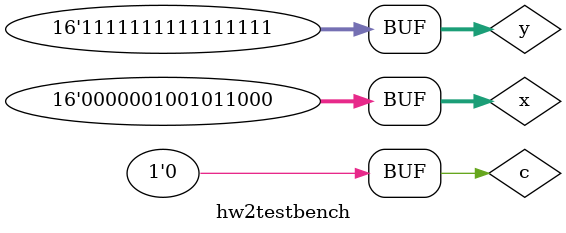
<source format=sv>
`timescale 1ns / 1ps

module hw2testbench(
    );

//wires
wire [16:0] finResult;

//regs
reg [15:0]x;
reg [15:0]y;
reg c16;
reg c;

top uut(
    .c(c),
    .x(x),
    .y(y),
    .c16(c16),
    .finResult(finResult)
);

initial begin
    c = 1'b0; //intialize the first carry value
    //Test Cases
    //15 + 1 = 16
    y = 16'b0000000000000010;
    x = 16'b0000000000001111;
    #2;
    y = 16'b000000000000001;
    x = 16'b000000000000001;
    #2;
    //3 + 3 = 6
    y = 16'b000000000000011;
    x = 16'b000000000000011;
    #2;
    //8 + 8 = 16
    y = 16'b000000000001000;
    x = 16'b000000000001000;
    #2;
    //15 + 15 = 30
    y = 16'b000000000001111;
    x = 16'b000000000001111;
    #2;
    //31 + 31 = 62
    y = 16'b000000000011111;
    x = 16'b000000000011111;
    #2;
    //12240 + 12901 = 135,301
    y = 16'd1224;
    x = 16'd12901;
    #2;
    //1224 + 32768 = 33,992
    y = 16'd12240;
    x = 16'd32768;
    #2;
    //66 + 400 = 466
    y = 16'd66;
    x = 16'd400;
    #2;
    //65535 + 400 == show over flow
    y = 16'b1111111111111111;
    x = 16'd600;
    #2;

end
endmodule
</source>
